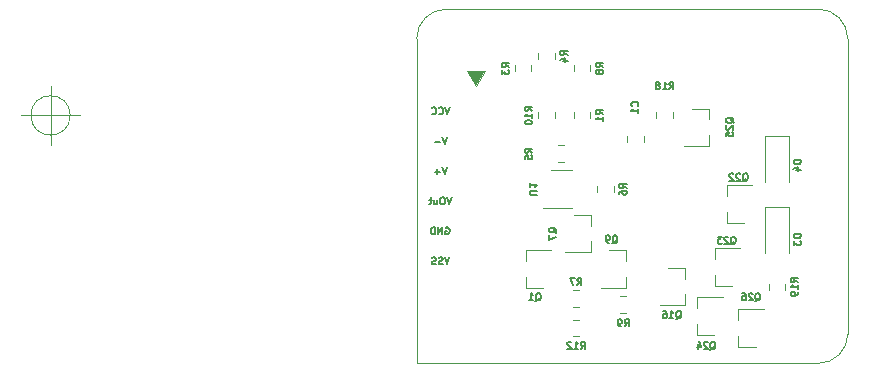
<source format=gbr>
G04 #@! TF.GenerationSoftware,KiCad,Pcbnew,5.1.2*
G04 #@! TF.CreationDate,2019-05-24T19:47:36-03:00*
G04 #@! TF.ProjectId,ouroboros,6f75726f-626f-4726-9f73-2e6b69636164,rev?*
G04 #@! TF.SameCoordinates,Original*
G04 #@! TF.FileFunction,Legend,Bot*
G04 #@! TF.FilePolarity,Positive*
%FSLAX46Y46*%
G04 Gerber Fmt 4.6, Leading zero omitted, Abs format (unit mm)*
G04 Created by KiCad (PCBNEW 5.1.2) date 2019-05-24 19:47:36*
%MOMM*%
%LPD*%
G04 APERTURE LIST*
%ADD10C,0.150000*%
%ADD11C,0.120000*%
%ADD12C,0.050000*%
%ADD13C,0.100000*%
G04 APERTURE END LIST*
D10*
X91771428Y-80021428D02*
X91571428Y-80621428D01*
X91371428Y-80021428D01*
X91200000Y-80592857D02*
X91114285Y-80621428D01*
X90971428Y-80621428D01*
X90914285Y-80592857D01*
X90885714Y-80564285D01*
X90857142Y-80507142D01*
X90857142Y-80450000D01*
X90885714Y-80392857D01*
X90914285Y-80364285D01*
X90971428Y-80335714D01*
X91085714Y-80307142D01*
X91142857Y-80278571D01*
X91171428Y-80250000D01*
X91200000Y-80192857D01*
X91200000Y-80135714D01*
X91171428Y-80078571D01*
X91142857Y-80050000D01*
X91085714Y-80021428D01*
X90942857Y-80021428D01*
X90857142Y-80050000D01*
X90628571Y-80592857D02*
X90542857Y-80621428D01*
X90400000Y-80621428D01*
X90342857Y-80592857D01*
X90314285Y-80564285D01*
X90285714Y-80507142D01*
X90285714Y-80450000D01*
X90314285Y-80392857D01*
X90342857Y-80364285D01*
X90400000Y-80335714D01*
X90514285Y-80307142D01*
X90571428Y-80278571D01*
X90600000Y-80250000D01*
X90628571Y-80192857D01*
X90628571Y-80135714D01*
X90600000Y-80078571D01*
X90571428Y-80050000D01*
X90514285Y-80021428D01*
X90371428Y-80021428D01*
X90285714Y-80050000D01*
X91457142Y-77510000D02*
X91514285Y-77481428D01*
X91600000Y-77481428D01*
X91685714Y-77510000D01*
X91742857Y-77567142D01*
X91771428Y-77624285D01*
X91800000Y-77738571D01*
X91800000Y-77824285D01*
X91771428Y-77938571D01*
X91742857Y-77995714D01*
X91685714Y-78052857D01*
X91600000Y-78081428D01*
X91542857Y-78081428D01*
X91457142Y-78052857D01*
X91428571Y-78024285D01*
X91428571Y-77824285D01*
X91542857Y-77824285D01*
X91171428Y-78081428D02*
X91171428Y-77481428D01*
X90828571Y-78081428D01*
X90828571Y-77481428D01*
X90542857Y-78081428D02*
X90542857Y-77481428D01*
X90400000Y-77481428D01*
X90314285Y-77510000D01*
X90257142Y-77567142D01*
X90228571Y-77624285D01*
X90200000Y-77738571D01*
X90200000Y-77824285D01*
X90228571Y-77938571D01*
X90257142Y-77995714D01*
X90314285Y-78052857D01*
X90400000Y-78081428D01*
X90542857Y-78081428D01*
X91957142Y-74941428D02*
X91757142Y-75541428D01*
X91557142Y-74941428D01*
X91242857Y-74941428D02*
X91128571Y-74941428D01*
X91071428Y-74970000D01*
X91014285Y-75027142D01*
X90985714Y-75141428D01*
X90985714Y-75341428D01*
X91014285Y-75455714D01*
X91071428Y-75512857D01*
X91128571Y-75541428D01*
X91242857Y-75541428D01*
X91300000Y-75512857D01*
X91357142Y-75455714D01*
X91385714Y-75341428D01*
X91385714Y-75141428D01*
X91357142Y-75027142D01*
X91300000Y-74970000D01*
X91242857Y-74941428D01*
X90471428Y-75141428D02*
X90471428Y-75541428D01*
X90728571Y-75141428D02*
X90728571Y-75455714D01*
X90700000Y-75512857D01*
X90642857Y-75541428D01*
X90557142Y-75541428D01*
X90500000Y-75512857D01*
X90471428Y-75484285D01*
X90271428Y-75141428D02*
X90042857Y-75141428D01*
X90185714Y-74941428D02*
X90185714Y-75455714D01*
X90157142Y-75512857D01*
X90100000Y-75541428D01*
X90042857Y-75541428D01*
X91571428Y-72401428D02*
X91371428Y-73001428D01*
X91171428Y-72401428D01*
X90971428Y-72772857D02*
X90514285Y-72772857D01*
X90742857Y-73001428D02*
X90742857Y-72544285D01*
X91571428Y-69861428D02*
X91371428Y-70461428D01*
X91171428Y-69861428D01*
X90971428Y-70232857D02*
X90514285Y-70232857D01*
X91800000Y-67321428D02*
X91600000Y-67921428D01*
X91400000Y-67321428D01*
X90857142Y-67864285D02*
X90885714Y-67892857D01*
X90971428Y-67921428D01*
X91028571Y-67921428D01*
X91114285Y-67892857D01*
X91171428Y-67835714D01*
X91200000Y-67778571D01*
X91228571Y-67664285D01*
X91228571Y-67578571D01*
X91200000Y-67464285D01*
X91171428Y-67407142D01*
X91114285Y-67350000D01*
X91028571Y-67321428D01*
X90971428Y-67321428D01*
X90885714Y-67350000D01*
X90857142Y-67378571D01*
X90257142Y-67864285D02*
X90285714Y-67892857D01*
X90371428Y-67921428D01*
X90428571Y-67921428D01*
X90514285Y-67892857D01*
X90571428Y-67835714D01*
X90600000Y-67778571D01*
X90628571Y-67664285D01*
X90628571Y-67578571D01*
X90600000Y-67464285D01*
X90571428Y-67407142D01*
X90514285Y-67350000D01*
X90428571Y-67321428D01*
X90371428Y-67321428D01*
X90285714Y-67350000D01*
X90257142Y-67378571D01*
D11*
X123000000Y-59000000D02*
G75*
G02X125500000Y-61500000I0J-2500000D01*
G01*
X125500000Y-86500000D02*
G75*
G02X123000000Y-89000000I-2500000J0D01*
G01*
X89000000Y-61500000D02*
G75*
G02X91500000Y-59000000I2500000J0D01*
G01*
D12*
X59666666Y-68000000D02*
G75*
G03X59666666Y-68000000I-1666666J0D01*
G01*
X55500000Y-68000000D02*
X60500000Y-68000000D01*
X58000000Y-65500000D02*
X58000000Y-70500000D01*
D13*
G36*
X94000000Y-65500000D02*
G01*
X93250000Y-64250000D01*
X94750000Y-64250000D01*
X94000000Y-65500000D01*
G37*
X94000000Y-65500000D02*
X93250000Y-64250000D01*
X94750000Y-64250000D01*
X94000000Y-65500000D01*
D11*
X89000000Y-89000000D02*
X89000000Y-61500000D01*
X123000000Y-89000000D02*
X89000000Y-89000000D01*
X125500000Y-61500000D02*
X125500000Y-86500000D01*
X91500000Y-59000000D02*
X123000000Y-59000000D01*
X106790000Y-70261252D02*
X106790000Y-69738748D01*
X108210000Y-70261252D02*
X108210000Y-69738748D01*
X118500000Y-75750000D02*
X120500000Y-75750000D01*
X120500000Y-75750000D02*
X120500000Y-79650000D01*
X118500000Y-75750000D02*
X118500000Y-79650000D01*
X118500000Y-69750000D02*
X120500000Y-69750000D01*
X120500000Y-69750000D02*
X120500000Y-73650000D01*
X118500000Y-69750000D02*
X118500000Y-73650000D01*
X98240000Y-82580000D02*
X99700000Y-82580000D01*
X98240000Y-79420000D02*
X100400000Y-79420000D01*
X98240000Y-79420000D02*
X98240000Y-80350000D01*
X98240000Y-82580000D02*
X98240000Y-81650000D01*
X103760000Y-76420000D02*
X103760000Y-77350000D01*
X103760000Y-79580000D02*
X103760000Y-78650000D01*
X103760000Y-79580000D02*
X101600000Y-79580000D01*
X103760000Y-76420000D02*
X102300000Y-76420000D01*
X106760000Y-79420000D02*
X105300000Y-79420000D01*
X106760000Y-82580000D02*
X104600000Y-82580000D01*
X106760000Y-82580000D02*
X106760000Y-81650000D01*
X106760000Y-79420000D02*
X106760000Y-80350000D01*
X111760000Y-80920000D02*
X110300000Y-80920000D01*
X111760000Y-84080000D02*
X109600000Y-84080000D01*
X111760000Y-84080000D02*
X111760000Y-83150000D01*
X111760000Y-80920000D02*
X111760000Y-81850000D01*
X115240000Y-77080000D02*
X116700000Y-77080000D01*
X115240000Y-73920000D02*
X117400000Y-73920000D01*
X115240000Y-73920000D02*
X115240000Y-74850000D01*
X115240000Y-77080000D02*
X115240000Y-76150000D01*
X114240000Y-82430000D02*
X114240000Y-81500000D01*
X114240000Y-79270000D02*
X114240000Y-80200000D01*
X114240000Y-79270000D02*
X116400000Y-79270000D01*
X114240000Y-82430000D02*
X115700000Y-82430000D01*
X112740000Y-86580000D02*
X114200000Y-86580000D01*
X112740000Y-83420000D02*
X114900000Y-83420000D01*
X112740000Y-83420000D02*
X112740000Y-84350000D01*
X112740000Y-86580000D02*
X112740000Y-85650000D01*
X113760000Y-67420000D02*
X113760000Y-68350000D01*
X113760000Y-70580000D02*
X113760000Y-69650000D01*
X113760000Y-70580000D02*
X111600000Y-70580000D01*
X113760000Y-67420000D02*
X112300000Y-67420000D01*
X116240000Y-87580000D02*
X117700000Y-87580000D01*
X116240000Y-84420000D02*
X118400000Y-84420000D01*
X116240000Y-84420000D02*
X116240000Y-85350000D01*
X116240000Y-87580000D02*
X116240000Y-86650000D01*
X103710000Y-68261252D02*
X103710000Y-67738748D01*
X102290000Y-68261252D02*
X102290000Y-67738748D01*
X97290000Y-63738748D02*
X97290000Y-64261252D01*
X98710000Y-63738748D02*
X98710000Y-64261252D01*
X100710000Y-63261252D02*
X100710000Y-62738748D01*
X99290000Y-63261252D02*
X99290000Y-62738748D01*
X101511252Y-71960000D02*
X100988748Y-71960000D01*
X101511252Y-70540000D02*
X100988748Y-70540000D01*
X104290000Y-74511252D02*
X104290000Y-73988748D01*
X105710000Y-74511252D02*
X105710000Y-73988748D01*
X102761252Y-82790000D02*
X102238748Y-82790000D01*
X102761252Y-84210000D02*
X102238748Y-84210000D01*
X103710000Y-64261252D02*
X103710000Y-63738748D01*
X102290000Y-64261252D02*
X102290000Y-63738748D01*
X106761252Y-84710000D02*
X106238748Y-84710000D01*
X106761252Y-83290000D02*
X106238748Y-83290000D01*
X99290000Y-68261252D02*
X99290000Y-67738748D01*
X100710000Y-68261252D02*
X100710000Y-67738748D01*
X102238748Y-86710000D02*
X102761252Y-86710000D01*
X102238748Y-85290000D02*
X102761252Y-85290000D01*
X109290000Y-67738748D02*
X109290000Y-68261252D01*
X110710000Y-67738748D02*
X110710000Y-68261252D01*
X118790000Y-82761252D02*
X118790000Y-82238748D01*
X120210000Y-82761252D02*
X120210000Y-82238748D01*
X100350000Y-72640000D02*
X102150000Y-72640000D01*
X102150000Y-75860000D02*
X99700000Y-75860000D01*
D10*
X107714285Y-67200000D02*
X107742857Y-67171428D01*
X107771428Y-67085714D01*
X107771428Y-67028571D01*
X107742857Y-66942857D01*
X107685714Y-66885714D01*
X107628571Y-66857142D01*
X107514285Y-66828571D01*
X107428571Y-66828571D01*
X107314285Y-66857142D01*
X107257142Y-66885714D01*
X107200000Y-66942857D01*
X107171428Y-67028571D01*
X107171428Y-67085714D01*
X107200000Y-67171428D01*
X107228571Y-67200000D01*
X107771428Y-67771428D02*
X107771428Y-67428571D01*
X107771428Y-67600000D02*
X107171428Y-67600000D01*
X107257142Y-67542857D01*
X107314285Y-67485714D01*
X107342857Y-67428571D01*
X121521428Y-78057142D02*
X120921428Y-78057142D01*
X120921428Y-78200000D01*
X120950000Y-78285714D01*
X121007142Y-78342857D01*
X121064285Y-78371428D01*
X121178571Y-78400000D01*
X121264285Y-78400000D01*
X121378571Y-78371428D01*
X121435714Y-78342857D01*
X121492857Y-78285714D01*
X121521428Y-78200000D01*
X121521428Y-78057142D01*
X120921428Y-78600000D02*
X120921428Y-78971428D01*
X121150000Y-78771428D01*
X121150000Y-78857142D01*
X121178571Y-78914285D01*
X121207142Y-78942857D01*
X121264285Y-78971428D01*
X121407142Y-78971428D01*
X121464285Y-78942857D01*
X121492857Y-78914285D01*
X121521428Y-78857142D01*
X121521428Y-78685714D01*
X121492857Y-78628571D01*
X121464285Y-78600000D01*
X121521428Y-71807142D02*
X120921428Y-71807142D01*
X120921428Y-71950000D01*
X120950000Y-72035714D01*
X121007142Y-72092857D01*
X121064285Y-72121428D01*
X121178571Y-72150000D01*
X121264285Y-72150000D01*
X121378571Y-72121428D01*
X121435714Y-72092857D01*
X121492857Y-72035714D01*
X121521428Y-71950000D01*
X121521428Y-71807142D01*
X121121428Y-72664285D02*
X121521428Y-72664285D01*
X120892857Y-72521428D02*
X121321428Y-72378571D01*
X121321428Y-72750000D01*
X99057142Y-83728571D02*
X99114285Y-83700000D01*
X99171428Y-83642857D01*
X99257142Y-83557142D01*
X99314285Y-83528571D01*
X99371428Y-83528571D01*
X99342857Y-83671428D02*
X99400000Y-83642857D01*
X99457142Y-83585714D01*
X99485714Y-83471428D01*
X99485714Y-83271428D01*
X99457142Y-83157142D01*
X99400000Y-83100000D01*
X99342857Y-83071428D01*
X99228571Y-83071428D01*
X99171428Y-83100000D01*
X99114285Y-83157142D01*
X99085714Y-83271428D01*
X99085714Y-83471428D01*
X99114285Y-83585714D01*
X99171428Y-83642857D01*
X99228571Y-83671428D01*
X99342857Y-83671428D01*
X98514285Y-83671428D02*
X98857142Y-83671428D01*
X98685714Y-83671428D02*
X98685714Y-83071428D01*
X98742857Y-83157142D01*
X98800000Y-83214285D01*
X98857142Y-83242857D01*
X100828571Y-77942857D02*
X100800000Y-77885714D01*
X100742857Y-77828571D01*
X100657142Y-77742857D01*
X100628571Y-77685714D01*
X100628571Y-77628571D01*
X100771428Y-77657142D02*
X100742857Y-77600000D01*
X100685714Y-77542857D01*
X100571428Y-77514285D01*
X100371428Y-77514285D01*
X100257142Y-77542857D01*
X100200000Y-77600000D01*
X100171428Y-77657142D01*
X100171428Y-77771428D01*
X100200000Y-77828571D01*
X100257142Y-77885714D01*
X100371428Y-77914285D01*
X100571428Y-77914285D01*
X100685714Y-77885714D01*
X100742857Y-77828571D01*
X100771428Y-77771428D01*
X100771428Y-77657142D01*
X100171428Y-78114285D02*
X100171428Y-78514285D01*
X100771428Y-78257142D01*
X105557142Y-78828571D02*
X105614285Y-78800000D01*
X105671428Y-78742857D01*
X105757142Y-78657142D01*
X105814285Y-78628571D01*
X105871428Y-78628571D01*
X105842857Y-78771428D02*
X105900000Y-78742857D01*
X105957142Y-78685714D01*
X105985714Y-78571428D01*
X105985714Y-78371428D01*
X105957142Y-78257142D01*
X105900000Y-78200000D01*
X105842857Y-78171428D01*
X105728571Y-78171428D01*
X105671428Y-78200000D01*
X105614285Y-78257142D01*
X105585714Y-78371428D01*
X105585714Y-78571428D01*
X105614285Y-78685714D01*
X105671428Y-78742857D01*
X105728571Y-78771428D01*
X105842857Y-78771428D01*
X105300000Y-78771428D02*
X105185714Y-78771428D01*
X105128571Y-78742857D01*
X105100000Y-78714285D01*
X105042857Y-78628571D01*
X105014285Y-78514285D01*
X105014285Y-78285714D01*
X105042857Y-78228571D01*
X105071428Y-78200000D01*
X105128571Y-78171428D01*
X105242857Y-78171428D01*
X105300000Y-78200000D01*
X105328571Y-78228571D01*
X105357142Y-78285714D01*
X105357142Y-78428571D01*
X105328571Y-78485714D01*
X105300000Y-78514285D01*
X105242857Y-78542857D01*
X105128571Y-78542857D01*
X105071428Y-78514285D01*
X105042857Y-78485714D01*
X105014285Y-78428571D01*
X110942857Y-85228571D02*
X111000000Y-85200000D01*
X111057142Y-85142857D01*
X111142857Y-85057142D01*
X111200000Y-85028571D01*
X111257142Y-85028571D01*
X111228571Y-85171428D02*
X111285714Y-85142857D01*
X111342857Y-85085714D01*
X111371428Y-84971428D01*
X111371428Y-84771428D01*
X111342857Y-84657142D01*
X111285714Y-84600000D01*
X111228571Y-84571428D01*
X111114285Y-84571428D01*
X111057142Y-84600000D01*
X111000000Y-84657142D01*
X110971428Y-84771428D01*
X110971428Y-84971428D01*
X111000000Y-85085714D01*
X111057142Y-85142857D01*
X111114285Y-85171428D01*
X111228571Y-85171428D01*
X110400000Y-85171428D02*
X110742857Y-85171428D01*
X110571428Y-85171428D02*
X110571428Y-84571428D01*
X110628571Y-84657142D01*
X110685714Y-84714285D01*
X110742857Y-84742857D01*
X109885714Y-84571428D02*
X110000000Y-84571428D01*
X110057142Y-84600000D01*
X110085714Y-84628571D01*
X110142857Y-84714285D01*
X110171428Y-84828571D01*
X110171428Y-85057142D01*
X110142857Y-85114285D01*
X110114285Y-85142857D01*
X110057142Y-85171428D01*
X109942857Y-85171428D01*
X109885714Y-85142857D01*
X109857142Y-85114285D01*
X109828571Y-85057142D01*
X109828571Y-84914285D01*
X109857142Y-84857142D01*
X109885714Y-84828571D01*
X109942857Y-84800000D01*
X110057142Y-84800000D01*
X110114285Y-84828571D01*
X110142857Y-84857142D01*
X110171428Y-84914285D01*
X116592857Y-73578571D02*
X116650000Y-73550000D01*
X116707142Y-73492857D01*
X116792857Y-73407142D01*
X116850000Y-73378571D01*
X116907142Y-73378571D01*
X116878571Y-73521428D02*
X116935714Y-73492857D01*
X116992857Y-73435714D01*
X117021428Y-73321428D01*
X117021428Y-73121428D01*
X116992857Y-73007142D01*
X116935714Y-72950000D01*
X116878571Y-72921428D01*
X116764285Y-72921428D01*
X116707142Y-72950000D01*
X116650000Y-73007142D01*
X116621428Y-73121428D01*
X116621428Y-73321428D01*
X116650000Y-73435714D01*
X116707142Y-73492857D01*
X116764285Y-73521428D01*
X116878571Y-73521428D01*
X116392857Y-72978571D02*
X116364285Y-72950000D01*
X116307142Y-72921428D01*
X116164285Y-72921428D01*
X116107142Y-72950000D01*
X116078571Y-72978571D01*
X116050000Y-73035714D01*
X116050000Y-73092857D01*
X116078571Y-73178571D01*
X116421428Y-73521428D01*
X116050000Y-73521428D01*
X115821428Y-72978571D02*
X115792857Y-72950000D01*
X115735714Y-72921428D01*
X115592857Y-72921428D01*
X115535714Y-72950000D01*
X115507142Y-72978571D01*
X115478571Y-73035714D01*
X115478571Y-73092857D01*
X115507142Y-73178571D01*
X115850000Y-73521428D01*
X115478571Y-73521428D01*
X115592857Y-78928571D02*
X115650000Y-78900000D01*
X115707142Y-78842857D01*
X115792857Y-78757142D01*
X115850000Y-78728571D01*
X115907142Y-78728571D01*
X115878571Y-78871428D02*
X115935714Y-78842857D01*
X115992857Y-78785714D01*
X116021428Y-78671428D01*
X116021428Y-78471428D01*
X115992857Y-78357142D01*
X115935714Y-78300000D01*
X115878571Y-78271428D01*
X115764285Y-78271428D01*
X115707142Y-78300000D01*
X115650000Y-78357142D01*
X115621428Y-78471428D01*
X115621428Y-78671428D01*
X115650000Y-78785714D01*
X115707142Y-78842857D01*
X115764285Y-78871428D01*
X115878571Y-78871428D01*
X115392857Y-78328571D02*
X115364285Y-78300000D01*
X115307142Y-78271428D01*
X115164285Y-78271428D01*
X115107142Y-78300000D01*
X115078571Y-78328571D01*
X115050000Y-78385714D01*
X115050000Y-78442857D01*
X115078571Y-78528571D01*
X115421428Y-78871428D01*
X115050000Y-78871428D01*
X114850000Y-78271428D02*
X114478571Y-78271428D01*
X114678571Y-78500000D01*
X114592857Y-78500000D01*
X114535714Y-78528571D01*
X114507142Y-78557142D01*
X114478571Y-78614285D01*
X114478571Y-78757142D01*
X114507142Y-78814285D01*
X114535714Y-78842857D01*
X114592857Y-78871428D01*
X114764285Y-78871428D01*
X114821428Y-78842857D01*
X114850000Y-78814285D01*
X113842857Y-87828571D02*
X113900000Y-87800000D01*
X113957142Y-87742857D01*
X114042857Y-87657142D01*
X114100000Y-87628571D01*
X114157142Y-87628571D01*
X114128571Y-87771428D02*
X114185714Y-87742857D01*
X114242857Y-87685714D01*
X114271428Y-87571428D01*
X114271428Y-87371428D01*
X114242857Y-87257142D01*
X114185714Y-87200000D01*
X114128571Y-87171428D01*
X114014285Y-87171428D01*
X113957142Y-87200000D01*
X113900000Y-87257142D01*
X113871428Y-87371428D01*
X113871428Y-87571428D01*
X113900000Y-87685714D01*
X113957142Y-87742857D01*
X114014285Y-87771428D01*
X114128571Y-87771428D01*
X113642857Y-87228571D02*
X113614285Y-87200000D01*
X113557142Y-87171428D01*
X113414285Y-87171428D01*
X113357142Y-87200000D01*
X113328571Y-87228571D01*
X113300000Y-87285714D01*
X113300000Y-87342857D01*
X113328571Y-87428571D01*
X113671428Y-87771428D01*
X113300000Y-87771428D01*
X112785714Y-87371428D02*
X112785714Y-87771428D01*
X112928571Y-87142857D02*
X113071428Y-87571428D01*
X112700000Y-87571428D01*
X115828571Y-68657142D02*
X115800000Y-68600000D01*
X115742857Y-68542857D01*
X115657142Y-68457142D01*
X115628571Y-68400000D01*
X115628571Y-68342857D01*
X115771428Y-68371428D02*
X115742857Y-68314285D01*
X115685714Y-68257142D01*
X115571428Y-68228571D01*
X115371428Y-68228571D01*
X115257142Y-68257142D01*
X115200000Y-68314285D01*
X115171428Y-68371428D01*
X115171428Y-68485714D01*
X115200000Y-68542857D01*
X115257142Y-68600000D01*
X115371428Y-68628571D01*
X115571428Y-68628571D01*
X115685714Y-68600000D01*
X115742857Y-68542857D01*
X115771428Y-68485714D01*
X115771428Y-68371428D01*
X115228571Y-68857142D02*
X115200000Y-68885714D01*
X115171428Y-68942857D01*
X115171428Y-69085714D01*
X115200000Y-69142857D01*
X115228571Y-69171428D01*
X115285714Y-69200000D01*
X115342857Y-69200000D01*
X115428571Y-69171428D01*
X115771428Y-68828571D01*
X115771428Y-69200000D01*
X115171428Y-69742857D02*
X115171428Y-69457142D01*
X115457142Y-69428571D01*
X115428571Y-69457142D01*
X115400000Y-69514285D01*
X115400000Y-69657142D01*
X115428571Y-69714285D01*
X115457142Y-69742857D01*
X115514285Y-69771428D01*
X115657142Y-69771428D01*
X115714285Y-69742857D01*
X115742857Y-69714285D01*
X115771428Y-69657142D01*
X115771428Y-69514285D01*
X115742857Y-69457142D01*
X115714285Y-69428571D01*
X117642857Y-83728571D02*
X117700000Y-83700000D01*
X117757142Y-83642857D01*
X117842857Y-83557142D01*
X117900000Y-83528571D01*
X117957142Y-83528571D01*
X117928571Y-83671428D02*
X117985714Y-83642857D01*
X118042857Y-83585714D01*
X118071428Y-83471428D01*
X118071428Y-83271428D01*
X118042857Y-83157142D01*
X117985714Y-83100000D01*
X117928571Y-83071428D01*
X117814285Y-83071428D01*
X117757142Y-83100000D01*
X117700000Y-83157142D01*
X117671428Y-83271428D01*
X117671428Y-83471428D01*
X117700000Y-83585714D01*
X117757142Y-83642857D01*
X117814285Y-83671428D01*
X117928571Y-83671428D01*
X117442857Y-83128571D02*
X117414285Y-83100000D01*
X117357142Y-83071428D01*
X117214285Y-83071428D01*
X117157142Y-83100000D01*
X117128571Y-83128571D01*
X117100000Y-83185714D01*
X117100000Y-83242857D01*
X117128571Y-83328571D01*
X117471428Y-83671428D01*
X117100000Y-83671428D01*
X116585714Y-83071428D02*
X116700000Y-83071428D01*
X116757142Y-83100000D01*
X116785714Y-83128571D01*
X116842857Y-83214285D01*
X116871428Y-83328571D01*
X116871428Y-83557142D01*
X116842857Y-83614285D01*
X116814285Y-83642857D01*
X116757142Y-83671428D01*
X116642857Y-83671428D01*
X116585714Y-83642857D01*
X116557142Y-83614285D01*
X116528571Y-83557142D01*
X116528571Y-83414285D01*
X116557142Y-83357142D01*
X116585714Y-83328571D01*
X116642857Y-83300000D01*
X116757142Y-83300000D01*
X116814285Y-83328571D01*
X116842857Y-83357142D01*
X116871428Y-83414285D01*
X104771428Y-67900000D02*
X104485714Y-67700000D01*
X104771428Y-67557142D02*
X104171428Y-67557142D01*
X104171428Y-67785714D01*
X104200000Y-67842857D01*
X104228571Y-67871428D01*
X104285714Y-67900000D01*
X104371428Y-67900000D01*
X104428571Y-67871428D01*
X104457142Y-67842857D01*
X104485714Y-67785714D01*
X104485714Y-67557142D01*
X104771428Y-68471428D02*
X104771428Y-68128571D01*
X104771428Y-68300000D02*
X104171428Y-68300000D01*
X104257142Y-68242857D01*
X104314285Y-68185714D01*
X104342857Y-68128571D01*
X96821428Y-63925000D02*
X96535714Y-63725000D01*
X96821428Y-63582142D02*
X96221428Y-63582142D01*
X96221428Y-63810714D01*
X96250000Y-63867857D01*
X96278571Y-63896428D01*
X96335714Y-63925000D01*
X96421428Y-63925000D01*
X96478571Y-63896428D01*
X96507142Y-63867857D01*
X96535714Y-63810714D01*
X96535714Y-63582142D01*
X96221428Y-64125000D02*
X96221428Y-64496428D01*
X96450000Y-64296428D01*
X96450000Y-64382142D01*
X96478571Y-64439285D01*
X96507142Y-64467857D01*
X96564285Y-64496428D01*
X96707142Y-64496428D01*
X96764285Y-64467857D01*
X96792857Y-64439285D01*
X96821428Y-64382142D01*
X96821428Y-64210714D01*
X96792857Y-64153571D01*
X96764285Y-64125000D01*
X101771428Y-62900000D02*
X101485714Y-62700000D01*
X101771428Y-62557142D02*
X101171428Y-62557142D01*
X101171428Y-62785714D01*
X101200000Y-62842857D01*
X101228571Y-62871428D01*
X101285714Y-62900000D01*
X101371428Y-62900000D01*
X101428571Y-62871428D01*
X101457142Y-62842857D01*
X101485714Y-62785714D01*
X101485714Y-62557142D01*
X101371428Y-63414285D02*
X101771428Y-63414285D01*
X101142857Y-63271428D02*
X101571428Y-63128571D01*
X101571428Y-63500000D01*
X98771428Y-71150000D02*
X98485714Y-70950000D01*
X98771428Y-70807142D02*
X98171428Y-70807142D01*
X98171428Y-71035714D01*
X98200000Y-71092857D01*
X98228571Y-71121428D01*
X98285714Y-71150000D01*
X98371428Y-71150000D01*
X98428571Y-71121428D01*
X98457142Y-71092857D01*
X98485714Y-71035714D01*
X98485714Y-70807142D01*
X98171428Y-71692857D02*
X98171428Y-71407142D01*
X98457142Y-71378571D01*
X98428571Y-71407142D01*
X98400000Y-71464285D01*
X98400000Y-71607142D01*
X98428571Y-71664285D01*
X98457142Y-71692857D01*
X98514285Y-71721428D01*
X98657142Y-71721428D01*
X98714285Y-71692857D01*
X98742857Y-71664285D01*
X98771428Y-71607142D01*
X98771428Y-71464285D01*
X98742857Y-71407142D01*
X98714285Y-71378571D01*
X106771428Y-74150000D02*
X106485714Y-73950000D01*
X106771428Y-73807142D02*
X106171428Y-73807142D01*
X106171428Y-74035714D01*
X106200000Y-74092857D01*
X106228571Y-74121428D01*
X106285714Y-74150000D01*
X106371428Y-74150000D01*
X106428571Y-74121428D01*
X106457142Y-74092857D01*
X106485714Y-74035714D01*
X106485714Y-73807142D01*
X106171428Y-74664285D02*
X106171428Y-74550000D01*
X106200000Y-74492857D01*
X106228571Y-74464285D01*
X106314285Y-74407142D01*
X106428571Y-74378571D01*
X106657142Y-74378571D01*
X106714285Y-74407142D01*
X106742857Y-74435714D01*
X106771428Y-74492857D01*
X106771428Y-74607142D01*
X106742857Y-74664285D01*
X106714285Y-74692857D01*
X106657142Y-74721428D01*
X106514285Y-74721428D01*
X106457142Y-74692857D01*
X106428571Y-74664285D01*
X106400000Y-74607142D01*
X106400000Y-74492857D01*
X106428571Y-74435714D01*
X106457142Y-74407142D01*
X106514285Y-74378571D01*
X102600000Y-82371428D02*
X102800000Y-82085714D01*
X102942857Y-82371428D02*
X102942857Y-81771428D01*
X102714285Y-81771428D01*
X102657142Y-81800000D01*
X102628571Y-81828571D01*
X102600000Y-81885714D01*
X102600000Y-81971428D01*
X102628571Y-82028571D01*
X102657142Y-82057142D01*
X102714285Y-82085714D01*
X102942857Y-82085714D01*
X102400000Y-81771428D02*
X102000000Y-81771428D01*
X102257142Y-82371428D01*
X104771428Y-63900000D02*
X104485714Y-63700000D01*
X104771428Y-63557142D02*
X104171428Y-63557142D01*
X104171428Y-63785714D01*
X104200000Y-63842857D01*
X104228571Y-63871428D01*
X104285714Y-63900000D01*
X104371428Y-63900000D01*
X104428571Y-63871428D01*
X104457142Y-63842857D01*
X104485714Y-63785714D01*
X104485714Y-63557142D01*
X104428571Y-64242857D02*
X104400000Y-64185714D01*
X104371428Y-64157142D01*
X104314285Y-64128571D01*
X104285714Y-64128571D01*
X104228571Y-64157142D01*
X104200000Y-64185714D01*
X104171428Y-64242857D01*
X104171428Y-64357142D01*
X104200000Y-64414285D01*
X104228571Y-64442857D01*
X104285714Y-64471428D01*
X104314285Y-64471428D01*
X104371428Y-64442857D01*
X104400000Y-64414285D01*
X104428571Y-64357142D01*
X104428571Y-64242857D01*
X104457142Y-64185714D01*
X104485714Y-64157142D01*
X104542857Y-64128571D01*
X104657142Y-64128571D01*
X104714285Y-64157142D01*
X104742857Y-64185714D01*
X104771428Y-64242857D01*
X104771428Y-64357142D01*
X104742857Y-64414285D01*
X104714285Y-64442857D01*
X104657142Y-64471428D01*
X104542857Y-64471428D01*
X104485714Y-64442857D01*
X104457142Y-64414285D01*
X104428571Y-64357142D01*
X106600000Y-85871428D02*
X106800000Y-85585714D01*
X106942857Y-85871428D02*
X106942857Y-85271428D01*
X106714285Y-85271428D01*
X106657142Y-85300000D01*
X106628571Y-85328571D01*
X106600000Y-85385714D01*
X106600000Y-85471428D01*
X106628571Y-85528571D01*
X106657142Y-85557142D01*
X106714285Y-85585714D01*
X106942857Y-85585714D01*
X106314285Y-85871428D02*
X106200000Y-85871428D01*
X106142857Y-85842857D01*
X106114285Y-85814285D01*
X106057142Y-85728571D01*
X106028571Y-85614285D01*
X106028571Y-85385714D01*
X106057142Y-85328571D01*
X106085714Y-85300000D01*
X106142857Y-85271428D01*
X106257142Y-85271428D01*
X106314285Y-85300000D01*
X106342857Y-85328571D01*
X106371428Y-85385714D01*
X106371428Y-85528571D01*
X106342857Y-85585714D01*
X106314285Y-85614285D01*
X106257142Y-85642857D01*
X106142857Y-85642857D01*
X106085714Y-85614285D01*
X106057142Y-85585714D01*
X106028571Y-85528571D01*
X98771428Y-67614285D02*
X98485714Y-67414285D01*
X98771428Y-67271428D02*
X98171428Y-67271428D01*
X98171428Y-67500000D01*
X98200000Y-67557142D01*
X98228571Y-67585714D01*
X98285714Y-67614285D01*
X98371428Y-67614285D01*
X98428571Y-67585714D01*
X98457142Y-67557142D01*
X98485714Y-67500000D01*
X98485714Y-67271428D01*
X98771428Y-68185714D02*
X98771428Y-67842857D01*
X98771428Y-68014285D02*
X98171428Y-68014285D01*
X98257142Y-67957142D01*
X98314285Y-67900000D01*
X98342857Y-67842857D01*
X98171428Y-68557142D02*
X98171428Y-68614285D01*
X98200000Y-68671428D01*
X98228571Y-68700000D01*
X98285714Y-68728571D01*
X98400000Y-68757142D01*
X98542857Y-68757142D01*
X98657142Y-68728571D01*
X98714285Y-68700000D01*
X98742857Y-68671428D01*
X98771428Y-68614285D01*
X98771428Y-68557142D01*
X98742857Y-68500000D01*
X98714285Y-68471428D01*
X98657142Y-68442857D01*
X98542857Y-68414285D01*
X98400000Y-68414285D01*
X98285714Y-68442857D01*
X98228571Y-68471428D01*
X98200000Y-68500000D01*
X98171428Y-68557142D01*
X102885714Y-87771428D02*
X103085714Y-87485714D01*
X103228571Y-87771428D02*
X103228571Y-87171428D01*
X103000000Y-87171428D01*
X102942857Y-87200000D01*
X102914285Y-87228571D01*
X102885714Y-87285714D01*
X102885714Y-87371428D01*
X102914285Y-87428571D01*
X102942857Y-87457142D01*
X103000000Y-87485714D01*
X103228571Y-87485714D01*
X102314285Y-87771428D02*
X102657142Y-87771428D01*
X102485714Y-87771428D02*
X102485714Y-87171428D01*
X102542857Y-87257142D01*
X102600000Y-87314285D01*
X102657142Y-87342857D01*
X102085714Y-87228571D02*
X102057142Y-87200000D01*
X102000000Y-87171428D01*
X101857142Y-87171428D01*
X101800000Y-87200000D01*
X101771428Y-87228571D01*
X101742857Y-87285714D01*
X101742857Y-87342857D01*
X101771428Y-87428571D01*
X102114285Y-87771428D01*
X101742857Y-87771428D01*
X110385714Y-65771428D02*
X110585714Y-65485714D01*
X110728571Y-65771428D02*
X110728571Y-65171428D01*
X110500000Y-65171428D01*
X110442857Y-65200000D01*
X110414285Y-65228571D01*
X110385714Y-65285714D01*
X110385714Y-65371428D01*
X110414285Y-65428571D01*
X110442857Y-65457142D01*
X110500000Y-65485714D01*
X110728571Y-65485714D01*
X109814285Y-65771428D02*
X110157142Y-65771428D01*
X109985714Y-65771428D02*
X109985714Y-65171428D01*
X110042857Y-65257142D01*
X110100000Y-65314285D01*
X110157142Y-65342857D01*
X109471428Y-65428571D02*
X109528571Y-65400000D01*
X109557142Y-65371428D01*
X109585714Y-65314285D01*
X109585714Y-65285714D01*
X109557142Y-65228571D01*
X109528571Y-65200000D01*
X109471428Y-65171428D01*
X109357142Y-65171428D01*
X109300000Y-65200000D01*
X109271428Y-65228571D01*
X109242857Y-65285714D01*
X109242857Y-65314285D01*
X109271428Y-65371428D01*
X109300000Y-65400000D01*
X109357142Y-65428571D01*
X109471428Y-65428571D01*
X109528571Y-65457142D01*
X109557142Y-65485714D01*
X109585714Y-65542857D01*
X109585714Y-65657142D01*
X109557142Y-65714285D01*
X109528571Y-65742857D01*
X109471428Y-65771428D01*
X109357142Y-65771428D01*
X109300000Y-65742857D01*
X109271428Y-65714285D01*
X109242857Y-65657142D01*
X109242857Y-65542857D01*
X109271428Y-65485714D01*
X109300000Y-65457142D01*
X109357142Y-65428571D01*
X121271428Y-82114285D02*
X120985714Y-81914285D01*
X121271428Y-81771428D02*
X120671428Y-81771428D01*
X120671428Y-82000000D01*
X120700000Y-82057142D01*
X120728571Y-82085714D01*
X120785714Y-82114285D01*
X120871428Y-82114285D01*
X120928571Y-82085714D01*
X120957142Y-82057142D01*
X120985714Y-82000000D01*
X120985714Y-81771428D01*
X121271428Y-82685714D02*
X121271428Y-82342857D01*
X121271428Y-82514285D02*
X120671428Y-82514285D01*
X120757142Y-82457142D01*
X120814285Y-82400000D01*
X120842857Y-82342857D01*
X121271428Y-82971428D02*
X121271428Y-83085714D01*
X121242857Y-83142857D01*
X121214285Y-83171428D01*
X121128571Y-83228571D01*
X121014285Y-83257142D01*
X120785714Y-83257142D01*
X120728571Y-83228571D01*
X120700000Y-83200000D01*
X120671428Y-83142857D01*
X120671428Y-83028571D01*
X120700000Y-82971428D01*
X120728571Y-82942857D01*
X120785714Y-82914285D01*
X120928571Y-82914285D01*
X120985714Y-82942857D01*
X121014285Y-82971428D01*
X121042857Y-83028571D01*
X121042857Y-83142857D01*
X121014285Y-83200000D01*
X120985714Y-83228571D01*
X120928571Y-83257142D01*
X99178571Y-74707142D02*
X98692857Y-74707142D01*
X98635714Y-74678571D01*
X98607142Y-74650000D01*
X98578571Y-74592857D01*
X98578571Y-74478571D01*
X98607142Y-74421428D01*
X98635714Y-74392857D01*
X98692857Y-74364285D01*
X99178571Y-74364285D01*
X98578571Y-73764285D02*
X98578571Y-74107142D01*
X98578571Y-73935714D02*
X99178571Y-73935714D01*
X99092857Y-73992857D01*
X99035714Y-74050000D01*
X99007142Y-74107142D01*
M02*

</source>
